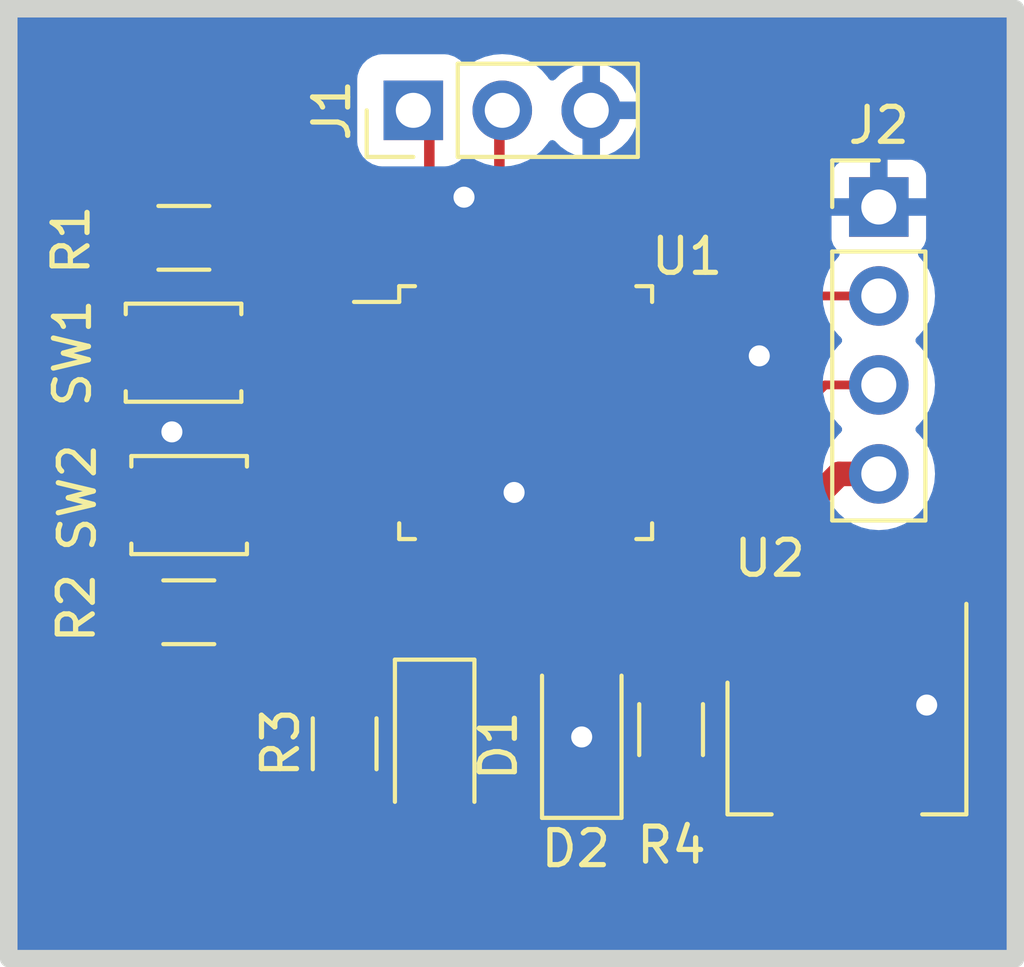
<source format=kicad_pcb>
(kicad_pcb (version 20221018) (generator pcbnew)
  (layers (0 "F.Cu" signal) (31 "B.Cu" signal) (34 "B.Paste" user) (35 "F.Paste" user) (36 "B.SilkS" user "B.Silkscreen") (37 "F.SilkS" user "F.Silkscreen") (38 "B.Mask" user) (39 "F.Mask" user) (44 "Edge.Cuts" user))
  (net 0 "")
  (net 1 "Net-(D1-K)")
  (net 2 "Net-(D1-A)")
  (net 3 "GND")
  (net 4 "Net-(D2-A)")
  (net 5 "VDD")
  (net 6 "Net-(J1-Pin_2)")
  (net 7 "Net-(J2-Pin_2)")
  (net 8 "Net-(J2-Pin_3)")
  (net 9 "Net-(U1-NRST)")
  (net 10 "Net-(U1-PA1)")
  (net 43 "+5V")
  (footprint "Connector_PinHeader_2.54mm:PinHeader_1x04_P2.54mm_Vertical" (layer "F.Cu") (at 161.48 91.43)
    (fp_text reference "J2" (at 0 -2.33) (layer "F.SilkS"))
    (fp_text value "UART")
    (fp_line (start -1.33 -1.33) (end 0 -1.33) (stroke (width 0.12)) (layer "F.SilkS"))
    (fp_line (start -1.33 0) (end -1.33 -1.33) (stroke (width 0.12)) (layer "F.SilkS"))
    (fp_line (start -1.33 1.27) (end -1.33 8.95) (stroke (width 0.12)) (layer "F.SilkS"))
    (fp_line (start -1.33 1.27) (end 1.33 1.27) (stroke (width 0.12)) (layer "F.SilkS"))
    (fp_line (start -1.33 8.95) (end 1.33 8.95) (stroke (width 0.12)) (layer "F.SilkS"))
    (fp_line (start 1.33 1.27) (end 1.33 8.95) (stroke (width 0.12)) (layer "F.SilkS"))
    (pad "1" thru_hole rect (at 0 0) (size 1.7 1.7) (drill 1) (layers "*.Cu" "*.Mask") (net 3 "GND"))
    (pad "2" thru_hole oval (at 0 2.54) (size 1.7 1.7) (drill 1) (layers "*.Cu" "*.Mask") (net 7 "Net-(J2-Pin_2)"))
    (pad "3" thru_hole oval (at 0 5.08) (size 1.7 1.7) (drill 1) (layers "*.Cu" "*.Mask") (net 8 "Net-(J2-Pin_3)"))
    (pad "4" thru_hole oval (at 0 7.62) (size 1.7 1.7) (drill 1) (layers "*.Cu" "*.Mask") (net 43 "+5V"))
  )
  (footprint "Package_TO_SOT_SMD:SOT-223-3_TabPin2" (layer "F.Cu") (at 160.57 106.86 -90)
    (fp_text reference "U2" (at -5.4 2.2025 -180) (layer "F.SilkS"))
    (fp_text value "AMS1117-3.3")
    (fp_line (start -4.1 -3.41) (end 1.91 -3.41) (stroke (width 0.12)) (layer "F.SilkS"))
    (fp_line (start -1.85 3.41) (end 1.91 3.41) (stroke (width 0.12)) (layer "F.SilkS"))
    (fp_line (start 1.91 -3.41) (end 1.91 -2.15) (stroke (width 0.12)) (layer "F.SilkS"))
    (fp_line (start 1.91 3.41) (end 1.91 2.15) (stroke (width 0.12)) (layer "F.SilkS"))
    (pad "1" smd rect (at -3.15 -2.3 270) (size 2 1.5) (layers "F.Cu" "F.Paste" "F.Mask") (net 3 "GND"))
    (pad "2" smd rect (at -3.15 0 270) (size 2 1.5) (layers "F.Cu" "F.Paste" "F.Mask") (net 5 "VDD"))
    (pad "2" smd rect (at 3.15 0 270) (size 2 3.8) (layers "F.Cu" "F.Paste" "F.Mask") (net 5 "VDD"))
    (pad "3" smd rect (at -3.15 2.3 270) (size 2 1.5) (layers "F.Cu" "F.Paste" "F.Mask") (net 43 "+5V"))
  )
  (footprint "Resistor_SMD:R_1206_3216Metric_Pad1.30x1.75mm_HandSolder" (layer "F.Cu") (at 155.55 106.35 90)
    (fp_text reference "R4" (at -3.3 0.01 180) (layer "F.SilkS"))
    (fp_text value "560")
    (fp_line (start -0.727064 -0.91) (end 0.727064 -0.91) (stroke (width 0.12)) (layer "F.SilkS"))
    (fp_line (start -0.727064 0.91) (end 0.727064 0.91) (stroke (width 0.12)) (layer "F.SilkS"))
    (pad "1" smd roundrect (at -1.55 0 90) (size 1.3 1.75) (layers "F.Cu" "F.Paste" "F.Mask") (roundrect_rratio 0.1923076923) (net 5 "VDD"))
    (pad "2" smd roundrect (at 1.55 0 90) (size 1.3 1.75) (layers "F.Cu" "F.Paste" "F.Mask") (roundrect_rratio 0.1923076923) (net 4 "Net-(D2-A)"))
  )
  (footprint "Button_Switch_SMD:SW_SPST_B3U-1000P" (layer "F.Cu") (at 141.79 99.94 180)
    (fp_text reference "SW2" (at 3.19 0.21 90) (layer "F.SilkS"))
    (fp_text value "USER")
    (fp_line (start -1.65 -1.4) (end 1.65 -1.4) (stroke (width 0.12)) (layer "F.SilkS"))
    (fp_line (start -1.65 -1.1) (end -1.65 -1.4) (stroke (width 0.12)) (layer "F.SilkS"))
    (fp_line (start -1.65 1.1) (end -1.65 1.4) (stroke (width 0.12)) (layer "F.SilkS"))
    (fp_line (start -1.65 1.4) (end 1.65 1.4) (stroke (width 0.12)) (layer "F.SilkS"))
    (fp_line (start 1.65 -1.4) (end 1.65 -1.1) (stroke (width 0.12)) (layer "F.SilkS"))
    (fp_line (start 1.65 1.4) (end 1.65 1.1) (stroke (width 0.12)) (layer "F.SilkS"))
    (pad "1" smd rect (at -1.7 0 180) (size 0.9 1.7) (layers "F.Cu" "F.Paste" "F.Mask") (net 10 "Net-(U1-PA1)"))
    (pad "2" smd rect (at 1.7 0 180) (size 0.9 1.7) (layers "F.Cu" "F.Paste" "F.Mask") (net 3 "GND"))
  )
  (footprint "LED_SMD:LED_1206_3216Metric_Pad1.42x1.75mm_HandSolder" (layer "F.Cu") (at 153 106.41 90)
    (fp_text reference "D2" (at -3.34 -0.17) (layer "F.SilkS"))
    (fp_text value "LED")
    (fp_line (start -2.46 -1.135) (end -2.46 1.135) (stroke (width 0.12)) (layer "F.SilkS"))
    (fp_line (start -2.46 1.135) (end 1.6 1.135) (stroke (width 0.12)) (layer "F.SilkS"))
    (fp_line (start 1.6 -1.135) (end -2.46 -1.135) (stroke (width 0.12)) (layer "F.SilkS"))
    (pad "1" smd roundrect (at -1.4875 0 90) (size 1.425 1.75) (layers "F.Cu" "F.Paste" "F.Mask") (roundrect_rratio 0.1754392982) (net 3 "GND"))
    (pad "2" smd roundrect (at 1.4875 0 90) (size 1.425 1.75) (layers "F.Cu" "F.Paste" "F.Mask") (roundrect_rratio 0.1754392982) (net 4 "Net-(D2-A)"))
  )
  (footprint "Resistor_SMD:R_1206_3216Metric_Pad1.30x1.75mm_HandSolder" (layer "F.Cu") (at 146.23 106.755 -90)
    (fp_text reference "R3" (at -0.03 1.83 90) (layer "F.SilkS"))
    (fp_text value "560")
    (fp_line (start -0.727064 -0.91) (end 0.727064 -0.91) (stroke (width 0.12)) (layer "F.SilkS"))
    (fp_line (start -0.727064 0.91) (end 0.727064 0.91) (stroke (width 0.12)) (layer "F.SilkS"))
    (pad "1" smd roundrect (at -1.55 0 270) (size 1.3 1.75) (layers "F.Cu" "F.Paste" "F.Mask") (roundrect_rratio 0.1923076923) (net 5 "VDD"))
    (pad "2" smd roundrect (at 1.55 0 270) (size 1.3 1.75) (layers "F.Cu" "F.Paste" "F.Mask") (roundrect_rratio 0.1923076923) (net 2 "Net-(D1-A)"))
  )
  (footprint "Button_Switch_SMD:SW_SPST_B3U-1000P" (layer "F.Cu") (at 141.63 95.59)
    (fp_text reference "SW1" (at -3.17 0.01 90) (layer "F.SilkS"))
    (fp_text value "BOOT")
    (fp_line (start -1.65 -1.4) (end 1.65 -1.4) (stroke (width 0.12)) (layer "F.SilkS"))
    (fp_line (start -1.65 -1.1) (end -1.65 -1.4) (stroke (width 0.12)) (layer "F.SilkS"))
    (fp_line (start -1.65 1.1) (end -1.65 1.4) (stroke (width 0.12)) (layer "F.SilkS"))
    (fp_line (start -1.65 1.4) (end 1.65 1.4) (stroke (width 0.12)) (layer "F.SilkS"))
    (fp_line (start 1.65 -1.4) (end 1.65 -1.1) (stroke (width 0.12)) (layer "F.SilkS"))
    (fp_line (start 1.65 1.4) (end 1.65 1.1) (stroke (width 0.12)) (layer "F.SilkS"))
    (pad "1" smd rect (at -1.7 0) (size 0.9 1.7) (layers "F.Cu" "F.Paste" "F.Mask") (net 3 "GND"))
    (pad "2" smd rect (at 1.7 0) (size 0.9 1.7) (layers "F.Cu" "F.Paste" "F.Mask") (net 9 "Net-(U1-NRST)"))
  )
  (footprint "Package_QFP:LQFP-48_7x7mm_P0.5mm" (layer "F.Cu") (at 151.3975 97.3)
    (fp_text reference "U1" (at 4.61 -4.46) (layer "F.SilkS"))
    (fp_text value "STM32F103C8Tx")
    (fp_line (start -3.61 -3.61) (end -3.61 -3.16) (stroke (width 0.12)) (layer "F.SilkS"))
    (fp_line (start -3.61 -3.16) (end -4.9 -3.16) (stroke (width 0.12)) (layer "F.SilkS"))
    (fp_line (start -3.61 3.61) (end -3.61 3.16) (stroke (width 0.12)) (layer "F.SilkS"))
    (fp_line (start -3.16 -3.61) (end -3.61 -3.61) (stroke (width 0.12)) (layer "F.SilkS"))
    (fp_line (start -3.16 3.61) (end -3.61 3.61) (stroke (width 0.12)) (layer "F.SilkS"))
    (fp_line (start 3.16 -3.61) (end 3.61 -3.61) (stroke (width 0.12)) (layer "F.SilkS"))
    (fp_line (start 3.16 3.61) (end 3.61 3.61) (stroke (width 0.12)) (layer "F.SilkS"))
    (fp_line (start 3.61 -3.61) (end 3.61 -3.16) (stroke (width 0.12)) (layer "F.SilkS"))
    (fp_line (start 3.61 3.61) (end 3.61 3.16) (stroke (width 0.12)) (layer "F.SilkS"))
    (pad "1" smd roundrect (at -4.1625 -2.75) (size 1.475 0.3) (layers "F.Cu" "F.Paste" "F.Mask") (net 5 "VDD"))
    (pad "2" smd roundrect (at -4.1625 -2.25) (size 1.475 0.3) (layers "F.Cu" "F.Paste" "F.Mask"))
    (pad "3" smd roundrect (at -4.1625 -1.75) (size 1.475 0.3) (layers "F.Cu" "F.Paste" "F.Mask"))
    (pad "4" smd roundrect (at -4.1625 -1.25) (size 1.475 0.3) (layers "F.Cu" "F.Paste" "F.Mask"))
    (pad "5" smd roundrect (at -4.1625 -0.75) (size 1.475 0.3) (layers "F.Cu" "F.Paste" "F.Mask"))
    (pad "6" smd roundrect (at -4.1625 -0.25) (size 1.475 0.3) (layers "F.Cu" "F.Paste" "F.Mask"))
    (pad "7" smd roundrect (at -4.1625 0.25) (size 1.475 0.3) (layers "F.Cu" "F.Paste" "F.Mask") (net 9 "Net-(U1-NRST)"))
    (pad "8" smd roundrect (at -4.1625 0.75) (size 1.475 0.3) (layers "F.Cu" "F.Paste" "F.Mask") (net 3 "GND"))
    (pad "9" smd roundrect (at -4.1625 1.25) (size 1.475 0.3) (layers "F.Cu" "F.Paste" "F.Mask") (net 5 "VDD"))
    (pad "10" smd roundrect (at -4.1625 1.75) (size 1.475 0.3) (layers "F.Cu" "F.Paste" "F.Mask"))
    (pad "11" smd roundrect (at -4.1625 2.25) (size 1.475 0.3) (layers "F.Cu" "F.Paste" "F.Mask") (net 10 "Net-(U1-PA1)"))
    (pad "12" smd roundrect (at -4.1625 2.75) (size 1.475 0.3) (layers "F.Cu" "F.Paste" "F.Mask"))
    (pad "13" smd roundrect (at -2.75 4.1625) (size 0.3 1.475) (layers "F.Cu" "F.Paste" "F.Mask"))
    (pad "14" smd roundrect (at -2.25 4.1625) (size 0.3 1.475) (layers "F.Cu" "F.Paste" "F.Mask"))
    (pad "15" smd roundrect (at -1.75 4.1625) (size 0.3 1.475) (layers "F.Cu" "F.Paste" "F.Mask") (net 1 "Net-(D1-K)"))
    (pad "16" smd roundrect (at -1.25 4.1625) (size 0.3 1.475) (layers "F.Cu" "F.Paste" "F.Mask"))
    (pad "17" smd roundrect (at -0.75 4.1625) (size 0.3 1.475) (layers "F.Cu" "F.Paste" "F.Mask"))
    (pad "18" smd roundrect (at -0.25 4.1625) (size 0.3 1.475) (layers "F.Cu" "F.Paste" "F.Mask"))
    (pad "19" smd roundrect (at 0.25 4.1625) (size 0.3 1.475) (layers "F.Cu" "F.Paste" "F.Mask"))
    (pad "20" smd roundrect (at 0.75 4.1625) (size 0.3 1.475) (layers "F.Cu" "F.Paste" "F.Mask") (net 3 "GND"))
    (pad "21" smd roundrect (at 1.25 4.1625) (size 0.3 1.475) (layers "F.Cu" "F.Paste" "F.Mask"))
    (pad "22" smd roundrect (at 1.75 4.1625) (size 0.3 1.475) (layers "F.Cu" "F.Paste" "F.Mask"))
    (pad "23" smd roundrect (at 2.25 4.1625) (size 0.3 1.475) (layers "F.Cu" "F.Paste" "F.Mask") (net 3 "GND"))
    (pad "24" smd roundrect (at 2.75 4.1625) (size 0.3 1.475) (layers "F.Cu" "F.Paste" "F.Mask") (net 5 "VDD"))
    (pad "25" smd roundrect (at 4.1625 2.75) (size 1.475 0.3) (layers "F.Cu" "F.Paste" "F.Mask"))
    (pad "26" smd roundrect (at 4.1625 2.25) (size 1.475 0.3) (layers "F.Cu" "F.Paste" "F.Mask"))
    (pad "27" smd roundrect (at 4.1625 1.75) (size 1.475 0.3) (layers "F.Cu" "F.Paste" "F.Mask"))
    (pad "28" smd roundrect (at 4.1625 1.25) (size 1.475 0.3) (layers "F.Cu" "F.Paste" "F.Mask"))
    (pad "29" smd roundrect (at 4.1625 0.75) (size 1.475 0.3) (layers "F.Cu" "F.Paste" "F.Mask"))
    (pad "30" smd roundrect (at 4.1625 0.25) (size 1.475 0.3) (layers "F.Cu" "F.Paste" "F.Mask") (net 8 "Net-(J2-Pin_3)"))
    (pad "31" smd roundrect (at 4.1625 -0.25) (size 1.475 0.3) (layers "F.Cu" "F.Paste" "F.Mask") (net 7 "Net-(J2-Pin_2)"))
    (pad "32" smd roundrect (at 4.1625 -0.75) (size 1.475 0.3) (layers "F.Cu" "F.Paste" "F.Mask"))
    (pad "33" smd roundrect (at 4.1625 -1.25) (size 1.475 0.3) (layers "F.Cu" "F.Paste" "F.Mask"))
    (pad "34" smd roundrect (at 4.1625 -1.75) (size 1.475 0.3) (layers "F.Cu" "F.Paste" "F.Mask"))
    (pad "35" smd roundrect (at 4.1625 -2.25) (size 1.475 0.3) (layers "F.Cu" "F.Paste" "F.Mask") (net 3 "GND"))
    (pad "36" smd roundrect (at 4.1625 -2.75) (size 1.475 0.3) (layers "F.Cu" "F.Paste" "F.Mask") (net 5 "VDD"))
    (pad "37" smd roundrect (at 2.75 -4.1625) (size 0.3 1.475) (layers "F.Cu" "F.Paste" "F.Mask"))
    (pad "38" smd roundrect (at 2.25 -4.1625) (size 0.3 1.475) (layers "F.Cu" "F.Paste" "F.Mask"))
    (pad "39" smd roundrect (at 1.75 -4.1625) (size 0.3 1.475) (layers "F.Cu" "F.Paste" "F.Mask"))
    (pad "40" smd roundrect (at 1.25 -4.1625) (size 0.3 1.475) (layers "F.Cu" "F.Paste" "F.Mask"))
    (pad "41" smd roundrect (at 0.75 -4.1625) (size 0.3 1.475) (layers "F.Cu" "F.Paste" "F.Mask"))
    (pad "42" smd roundrect (at 0.25 -4.1625) (size 0.3 1.475) (layers "F.Cu" "F.Paste" "F.Mask"))
    (pad "43" smd roundrect (at -0.25 -4.1625) (size 0.3 1.475) (layers "F.Cu" "F.Paste" "F.Mask"))
    (pad "44" smd roundrect (at -0.75 -4.1625) (size 0.3 1.475) (layers "F.Cu" "F.Paste" "F.Mask") (net 6 "Net-(J1-Pin_2)"))
    (pad "45" smd roundrect (at -1.25 -4.1625) (size 0.3 1.475) (layers "F.Cu" "F.Paste" "F.Mask"))
    (pad "46" smd roundrect (at -1.75 -4.1625) (size 0.3 1.475) (layers "F.Cu" "F.Paste" "F.Mask"))
    (pad "47" smd roundrect (at -2.25 -4.1625) (size 0.3 1.475) (layers "F.Cu" "F.Paste" "F.Mask") (net 3 "GND"))
    (pad "48" smd roundrect (at -2.75 -4.1625) (size 0.3 1.475) (layers "F.Cu" "F.Paste" "F.Mask") (net 5 "VDD"))
  )
  (footprint "Connector_PinHeader_2.54mm:PinHeader_1x03_P2.54mm_Vertical" (layer "F.Cu") (at 148.19 88.67 90)
    (fp_text reference "J1" (at 0 -2.33 90) (layer "F.SilkS"))
    (fp_text value "BOOT")
    (fp_line (start -1.33 -1.33) (end 0 -1.33) (stroke (width 0.12)) (layer "F.SilkS"))
    (fp_line (start -1.33 0) (end -1.33 -1.33) (stroke (width 0.12)) (layer "F.SilkS"))
    (fp_line (start -1.33 1.27) (end -1.33 6.41) (stroke (width 0.12)) (layer "F.SilkS"))
    (fp_line (start -1.33 1.27) (end 1.33 1.27) (stroke (width 0.12)) (layer "F.SilkS"))
    (fp_line (start -1.33 6.41) (end 1.33 6.41) (stroke (width 0.12)) (layer "F.SilkS"))
    (fp_line (start 1.33 1.27) (end 1.33 6.41) (stroke (width 0.12)) (layer "F.SilkS"))
    (pad "1" thru_hole rect (at 0 0 90) (size 1.7 1.7) (drill 1) (layers "*.Cu" "*.Mask") (net 5 "VDD"))
    (pad "2" thru_hole oval (at 0 2.54 90) (size 1.7 1.7) (drill 1) (layers "*.Cu" "*.Mask") (net 6 "Net-(J1-Pin_2)"))
    (pad "3" thru_hole oval (at 0 5.08 90) (size 1.7 1.7) (drill 1) (layers "*.Cu" "*.Mask") (net 3 "GND"))
  )
  (footprint "LED_SMD:LED_1206_3216Metric_Pad1.42x1.75mm_HandSolder" (layer "F.Cu") (at 148.8 106.8125 -90)
    (fp_text reference "D1" (at 0 -1.82 90) (layer "F.SilkS"))
    (fp_text value "LED")
    (fp_line (start -2.46 -1.135) (end -2.46 1.135) (stroke (width 0.12)) (layer "F.SilkS"))
    (fp_line (start -2.46 1.135) (end 1.6 1.135) (stroke (width 0.12)) (layer "F.SilkS"))
    (fp_line (start 1.6 -1.135) (end -2.46 -1.135) (stroke (width 0.12)) (layer "F.SilkS"))
    (pad "1" smd roundrect (at -1.4875 0 270) (size 1.425 1.75) (layers "F.Cu" "F.Paste" "F.Mask") (roundrect_rratio 0.1754392982) (net 1 "Net-(D1-K)"))
    (pad "2" smd roundrect (at 1.4875 0 270) (size 1.425 1.75) (layers "F.Cu" "F.Paste" "F.Mask") (roundrect_rratio 0.1754392982) (net 2 "Net-(D1-A)"))
  )
  (footprint "Resistor_SMD:R_1206_3216Metric_Pad1.30x1.75mm_HandSolder" (layer "F.Cu") (at 141.64 92.31)
    (fp_text reference "R1" (at -3.22 0.06 90) (layer "F.SilkS"))
    (fp_text value "10K")
    (fp_line (start -0.727064 -0.91) (end 0.727064 -0.91) (stroke (width 0.12)) (layer "F.SilkS"))
    (fp_line (start -0.727064 0.91) (end 0.727064 0.91) (stroke (width 0.12)) (layer "F.SilkS"))
    (pad "1" smd roundrect (at -1.55 0) (size 1.3 1.75) (layers "F.Cu" "F.Paste" "F.Mask") (roundrect_rratio 0.1923076923) (net 5 "VDD"))
    (pad "2" smd roundrect (at 1.55 0) (size 1.3 1.75) (layers "F.Cu" "F.Paste" "F.Mask") (roundrect_rratio 0.1923076923) (net 9 "Net-(U1-NRST)"))
  )
  (footprint "Resistor_SMD:R_1206_3216Metric_Pad1.30x1.75mm_HandSolder" (layer "F.Cu") (at 141.78 103)
    (fp_text reference "R2" (at -3.21 -0.12 90) (layer "F.SilkS"))
    (fp_text value "10K")
    (fp_line (start -0.727064 -0.91) (end 0.727064 -0.91) (stroke (width 0.12)) (layer "F.SilkS"))
    (fp_line (start -0.727064 0.91) (end 0.727064 0.91) (stroke (width 0.12)) (layer "F.SilkS"))
    (pad "1" smd roundrect (at -1.55 0) (size 1.3 1.75) (layers "F.Cu" "F.Paste" "F.Mask") (roundrect_rratio 0.1923076923) (net 5 "VDD"))
    (pad "2" smd roundrect (at 1.55 0) (size 1.3 1.75) (layers "F.Cu" "F.Paste" "F.Mask") (roundrect_rratio 0.1923076923) (net 10 "Net-(U1-PA1)"))
  )
  (gr_rect (start 136.64 85.77) (end 165.38 112.89) (stroke (width 0.5)) (fill none) (layer "Edge.Cuts"))
  (segment (start 148.8 103.7375) (end 148.8 105.325) (width 0.3) (layer "F.Cu") (net 1))
  (segment (start 149.6475 101.4625) (end 149.6475 102.89) (width 0.3) (layer "F.Cu") (net 1))
  (segment (start 149.6475 102.89) (end 148.8 103.7375) (width 0.3) (layer "F.Cu") (net 1))
  (segment (start 146.235 108.3) (end 146.23 108.305) (width 0.5) (layer "F.Cu") (net 2))
  (segment (start 148.8 108.3) (end 146.235 108.3) (width 0.5) (layer "F.Cu") (net 2))
  (segment (start 144.0075 98.05) (end 143.7775 97.82) (width 0.3) (layer "F.Cu") (net 3))
  (segment (start 157.4375 95.05) (end 158.0675 95.68) (width 0.25) (layer "F.Cu") (net 3))
  (segment (start 152.1875 99.61) (end 151.0975 99.61) (width 0.3) (layer "F.Cu") (net 3))
  (segment (start 141.3275 97.82) (end 141.2975 97.85) (width 0.3) (layer "F.Cu") (net 3))
  (segment (start 162.87 105.6275) (end 162.8475 105.65) (width 0.7) (layer "F.Cu") (net 3))
  (segment (start 152.9575 99.61) (end 152.1875 99.61) (width 0.3) (layer "F.Cu") (net 3))
  (segment (start 152.1475 99.65) (end 152.1875 99.61) (width 0.3) (layer "F.Cu") (net 3))
  (segment (start 139.93 95.59) (end 139.93 97.81) (width 0.5) (layer "F.Cu") (net 3))
  (segment (start 139.93 97.81) (end 139.93 99.78) (width 0.5) (layer "F.Cu") (net 3))
  (segment (start 149.1475 91.64) (end 149.6375 91.15) (width 0.3) (layer "F.Cu") (net 3))
  (segment (start 155.56 95.05) (end 157.4375 95.05) (width 0.25) (layer "F.Cu") (net 3))
  (segment (start 147.235 98.05) (end 144.0075 98.05) (width 0.3) (layer "F.Cu") (net 3))
  (segment (start 149.1475 93.1375) (end 149.1475 91.64) (width 0.3) (layer "F.Cu") (net 3))
  (segment (start 153.6475 100.3) (end 152.9575 99.61) (width 0.3) (layer "F.Cu") (net 3))
  (segment (start 143.7775 97.82) (end 141.3275 97.82) (width 0.3) (layer "F.Cu") (net 3))
  (segment (start 153.6475 101.4625) (end 153.6475 100.3) (width 0.3) (layer "F.Cu") (net 3))
  (segment (start 152.1475 101.4625) (end 152.1475 99.65) (width 0.3) (layer "F.Cu") (net 3))
  (segment (start 141.2575 97.81) (end 141.2975 97.85) (width 0.5) (layer "F.Cu") (net 3))
  (segment (start 139.93 99.78) (end 140.09 99.94) (width 0.5) (layer "F.Cu") (net 3))
  (segment (start 162.87 103.71) (end 162.87 105.6275) (width 0.7) (layer "F.Cu") (net 3))
  (segment (start 139.93 97.81) (end 141.2575 97.81) (width 0.5) (layer "F.Cu") (net 3))
  (segment (start 153 106.5625) (end 152.9975 106.56) (width 0.5) (layer "F.Cu") (net 3))
  (segment (start 153 107.8975) (end 153 106.5625) (width 0.5) (layer "F.Cu") (net 3))
  (segment (start 151.0975 99.61) (end 151.0675 99.58) (width 0.3) (layer "F.Cu") (net 3))
  (via (at 162.8475 105.65) (size 1) (drill 0.6) (layers "F.Cu" "B.Cu") (net 3))
  (via (at 158.0675 95.68) (size 1) (drill 0.6) (layers "F.Cu" "B.Cu") (net 3))
  (via (at 141.2975 97.85) (size 1) (drill 0.6) (layers "F.Cu" "B.Cu") (net 3))
  (via (at 151.0675 99.58) (size 1) (drill 0.6) (layers "F.Cu" "B.Cu") (net 3))
  (via (at 152.9975 106.56) (size 1) (drill 0.6) (layers "F.Cu" "B.Cu") (net 3))
  (via (at 149.6375 91.15) (size 1) (drill 0.6) (layers "F.Cu" "B.Cu") (net 3))
  (segment (start 153.1225 104.8) (end 153 104.9225) (width 0.5) (layer "F.Cu") (net 4))
  (segment (start 155.55 104.8) (end 153.1225 104.8) (width 0.5) (layer "F.Cu") (net 4))
  (segment (start 148.0275 94.55) (end 148.2275 94.55) (width 0.3) (layer "F.Cu") (net 5))
  (segment (start 153.098542 103.35) (end 151.5475 103.35) (width 0.3) (layer "F.Cu") (net 5))
  (segment (start 148.2275 94.55) (end 148.6475 94.13) (width 0.3) (layer "F.Cu") (net 5))
  (segment (start 146.23 105.205) (end 141.3925 105.205) (width 0.5) (layer "F.Cu") (net 5))
  (segment (start 143.1075 110.01) (end 140.23 107.1325) (width 0.7) (layer "F.Cu") (net 5))
  (segment (start 160.57 103.71) (end 160.57 108.2) (width 0.7) (layer "F.Cu") (net 5))
  (segment (start 148.6475 89.1275) (end 148.19 88.67) (width 0.3) (layer "F.Cu") (net 5))
  (segment (start 160.57 108.2) (end 160.57 110.01) (width 0.7) (layer "F.Cu") (net 5))
  (segment (start 153.0275 98.55) (end 154.1475 99.67) (width 0.3) (layer "F.Cu") (net 5))
  (segment (start 144.7375 90.49) (end 141.0475 90.49) (width 0.3) (layer "F.Cu") (net 5))
  (segment (start 154.1475 102.301042) (end 153.098542 103.35) (width 0.3) (layer "F.Cu") (net 5))
  (segment (start 147.235 98.55) (end 153.0275 98.55) (width 0.3) (layer "F.Cu") (net 5))
  (segment (start 148.6475 94.13) (end 148.6475 93.1375) (width 0.3) (layer "F.Cu") (net 5))
  (segment (start 141.0475 90.49) (end 140.09 91.4475) (width 0.3) (layer "F.Cu") (net 5))
  (segment (start 150.6875 104.21) (end 150.6875 106.43) (width 0.3) (layer "F.Cu") (net 5))
  (segment (start 154.1475 99.67) (end 154.1475 101.4625) (width 0.3) (layer "F.Cu") (net 5))
  (segment (start 145.2375 90.99) (end 144.7375 90.49) (width 0.3) (layer "F.Cu") (net 5))
  (segment (start 150.6875 106.43) (end 150.3575 106.76) (width 0.3) (layer "F.Cu") (net 5))
  (segment (start 154.1475 101.4625) (end 154.1475 102.301042) (width 0.3) (layer "F.Cu") (net 5))
  (segment (start 153.0275 94.77) (end 152.8075 94.55) (width 0.3) (layer "F.Cu") (net 5))
  (segment (start 145.2375 93.66) (end 145.2375 90.99) (width 0.3) (layer "F.Cu") (net 5))
  (segment (start 141.3925 105.205) (end 140.23 104.0425) (width 0.5) (layer "F.Cu") (net 5))
  (segment (start 140.23 107.1325) (end 140.23 103) (width 0.7) (layer "F.Cu") (net 5))
  (segment (start 160.27 107.9) (end 160.57 108.2) (width 0.7) (layer "F.Cu") (net 5))
  (segment (start 151.5475 103.35) (end 150.6875 104.21) (width 0.3) (layer "F.Cu") (net 5))
  (segment (start 146.23 106.2525) (end 146.23 105.205) (width 0.3) (layer "F.Cu") (net 5))
  (segment (start 160.57 110.01) (end 143.1075 110.01) (width 0.7) (layer "F.Cu") (net 5))
  (segment (start 140.23 104.0425) (end 140.23 103) (width 0.5) (layer "F.Cu") (net 5))
  (segment (start 146.1275 94.55) (end 145.2375 93.66) (width 0.3) (layer "F.Cu") (net 5))
  (segment (start 147.235 94.55) (end 146.1275 94.55) (width 0.3) (layer "F.Cu") (net 5))
  (segment (start 152.8075 94.55) (end 148.0275 94.55) (width 0.3) (layer "F.Cu") (net 5))
  (segment (start 148.6475 93.1375) (end 148.6475 89.1275) (width 0.3) (layer "F.Cu") (net 5))
  (segment (start 153.0275 98.55) (end 153.0275 94.77) (width 0.3) (layer "F.Cu") (net 5))
  (segment (start 155.55 107.9) (end 160.27 107.9) (width 0.7) (layer "F.Cu") (net 5))
  (segment (start 146.7375 106.76) (end 146.23 106.2525) (width 0.3) (layer "F.Cu") (net 5))
  (segment (start 150.3575 106.76) (end 146.7375 106.76) (width 0.3) (layer "F.Cu") (net 5))
  (segment (start 155.56 94.55) (end 152.8075 94.55) (width 0.3) (layer "F.Cu") (net 5))
  (segment (start 147.235 94.55) (end 148.0275 94.55) (width 0.3) (layer "F.Cu") (net 5))
  (segment (start 140.09 91.4475) (end 140.09 92.31) (width 0.3) (layer "F.Cu") (net 5))
  (segment (start 150.6475 88.7525) (end 150.73 88.67) (width 0.3) (layer "F.Cu") (net 6))
  (segment (start 150.6475 93.1375) (end 150.6475 88.7525) (width 0.3) (layer "F.Cu") (net 6))
  (segment (start 159.3475 94.15) (end 159.5275 93.97) (width 0.25) (layer "F.Cu") (net 7))
  (segment (start 159.3475 95.91) (end 159.3475 94.15) (width 0.25) (layer "F.Cu") (net 7))
  (segment (start 159.5275 93.97) (end 161.48 93.97) (width 0.25) (layer "F.Cu") (net 7))
  (segment (start 158.2075 97.05) (end 159.3475 95.91) (width 0.25) (layer "F.Cu") (net 7))
  (segment (start 155.56 97.05) (end 158.2075 97.05) (width 0.25) (layer "F.Cu") (net 7))
  (segment (start 155.56 97.55) (end 158.9075 97.55) (width 0.25) (layer "F.Cu") (net 8))
  (segment (start 159.9475 96.51) (end 161.48 96.51) (width 0.25) (layer "F.Cu") (net 8))
  (segment (start 158.9075 97.55) (end 159.9475 96.51) (width 0.25) (layer "F.Cu") (net 8))
  (segment (start 144.6375 96.57) (end 144.6375 95.94) (width 0.3) (layer "F.Cu") (net 9))
  (segment (start 143.19 92.31) (end 143.19 95.45) (width 0.5) (layer "F.Cu") (net 9))
  (segment (start 147.235 97.55) (end 145.6175 97.55) (width 0.3) (layer "F.Cu") (net 9))
  (segment (start 144.6375 95.94) (end 144.2875 95.59) (width 0.3) (layer "F.Cu") (net 9))
  (segment (start 144.2875 95.59) (end 143.33 95.59) (width 0.3) (layer "F.Cu") (net 9))
  (segment (start 143.19 95.45) (end 143.33 95.59) (width 0.5) (layer "F.Cu") (net 9))
  (segment (start 145.6175 97.55) (end 144.6375 96.57) (width 0.3) (layer "F.Cu") (net 9))
  (segment (start 147.235 99.55) (end 143.88 99.55) (width 0.3) (layer "F.Cu") (net 10))
  (segment (start 143.49 102.84) (end 143.33 103) (width 0.5) (layer "F.Cu") (net 10))
  (segment (start 143.49 99.94) (end 143.49 102.84) (width 0.5) (layer "F.Cu") (net 10))
  (segment (start 143.88 99.55) (end 143.49 99.94) (width 0.3) (layer "F.Cu") (net 10))
  (segment (start 160.3475 99.05) (end 158.27 101.1275) (width 0.7) (layer "F.Cu") (net 43))
  (segment (start 161.48 99.05) (end 160.3475 99.05) (width 0.7) (layer "F.Cu") (net 43))
  (segment (start 158.27 101.1275) (end 158.27 103.71) (width 0.7) (layer "F.Cu") (net 43))
  (zone (net 3) (net_name "GND") (layer "B.Cu") (connect_pads (clearance 0.75)) (min_thickness 0.25) (fill yes (thermal_gap 0.5) (thermal_bridge_width 0.5))
    (polygon (pts (xy 136.7075 85.82) (xy 165.2675 85.78) (xy 165.3975 112.87) (xy 136.7075 112.77)))
  )
)
</source>
